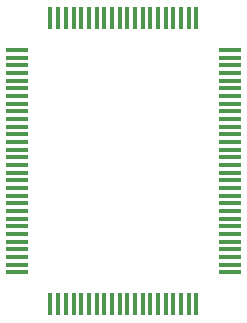
<source format=gbs>
G04*
G04 #@! TF.GenerationSoftware,Altium Limited,Altium Designer,21.7.2 (23)*
G04*
G04 Layer_Color=16711935*
%FSAX44Y44*%
%MOMM*%
G71*
G04*
G04 #@! TF.SameCoordinates,C9C54BCD-4748-4C39-804F-1EAF98C739E5*
G04*
G04*
G04 #@! TF.FilePolarity,Negative*
G04*
G01*
G75*
%ADD17R,1.9000X0.4500*%
%ADD18R,0.4500X1.9000*%
D17*
X00741750Y00566250D02*
D03*
Y00572750D02*
D03*
Y00559750D02*
D03*
Y00546750D02*
D03*
Y00553250D02*
D03*
Y00533750D02*
D03*
Y00540250D02*
D03*
Y00520750D02*
D03*
Y00527250D02*
D03*
Y00507750D02*
D03*
Y00514250D02*
D03*
Y00494750D02*
D03*
Y00501250D02*
D03*
Y00481750D02*
D03*
Y00488250D02*
D03*
Y00397250D02*
D03*
Y00390750D02*
D03*
Y00410250D02*
D03*
Y00403750D02*
D03*
Y00423250D02*
D03*
Y00416750D02*
D03*
Y00436250D02*
D03*
Y00429750D02*
D03*
Y00449250D02*
D03*
Y00442750D02*
D03*
Y00462250D02*
D03*
Y00455750D02*
D03*
Y00468750D02*
D03*
Y00475250D02*
D03*
Y00384250D02*
D03*
X00921750Y00572750D02*
D03*
Y00481750D02*
D03*
Y00488250D02*
D03*
Y00501250D02*
D03*
Y00494750D02*
D03*
Y00514250D02*
D03*
Y00507750D02*
D03*
Y00527250D02*
D03*
Y00520750D02*
D03*
Y00540250D02*
D03*
Y00533750D02*
D03*
Y00553250D02*
D03*
Y00546750D02*
D03*
Y00566250D02*
D03*
Y00559750D02*
D03*
Y00468750D02*
D03*
Y00475250D02*
D03*
Y00455750D02*
D03*
Y00462250D02*
D03*
Y00442750D02*
D03*
Y00449250D02*
D03*
Y00429750D02*
D03*
Y00436250D02*
D03*
Y00416750D02*
D03*
Y00423250D02*
D03*
Y00403750D02*
D03*
Y00410250D02*
D03*
Y00397250D02*
D03*
Y00384250D02*
D03*
Y00390750D02*
D03*
D18*
X00867500Y00357500D02*
D03*
X00874000D02*
D03*
X00887000D02*
D03*
X00880500D02*
D03*
X00893500D02*
D03*
X00854500D02*
D03*
X00861000D02*
D03*
X00841500D02*
D03*
X00848000D02*
D03*
X00828500D02*
D03*
X00835000D02*
D03*
X00815500D02*
D03*
X00822000D02*
D03*
X00802500D02*
D03*
X00809000D02*
D03*
X00789500D02*
D03*
X00796000D02*
D03*
X00783000D02*
D03*
X00770000D02*
D03*
X00776500D02*
D03*
X00887000Y00599500D02*
D03*
X00893500D02*
D03*
X00880500D02*
D03*
X00867500D02*
D03*
X00874000D02*
D03*
X00854500D02*
D03*
X00861000D02*
D03*
X00841500D02*
D03*
X00848000D02*
D03*
X00828500D02*
D03*
X00835000D02*
D03*
X00815500D02*
D03*
X00822000D02*
D03*
X00802500D02*
D03*
X00809000D02*
D03*
X00770000D02*
D03*
X00783000D02*
D03*
X00776500D02*
D03*
X00789500D02*
D03*
X00796000D02*
D03*
M02*

</source>
